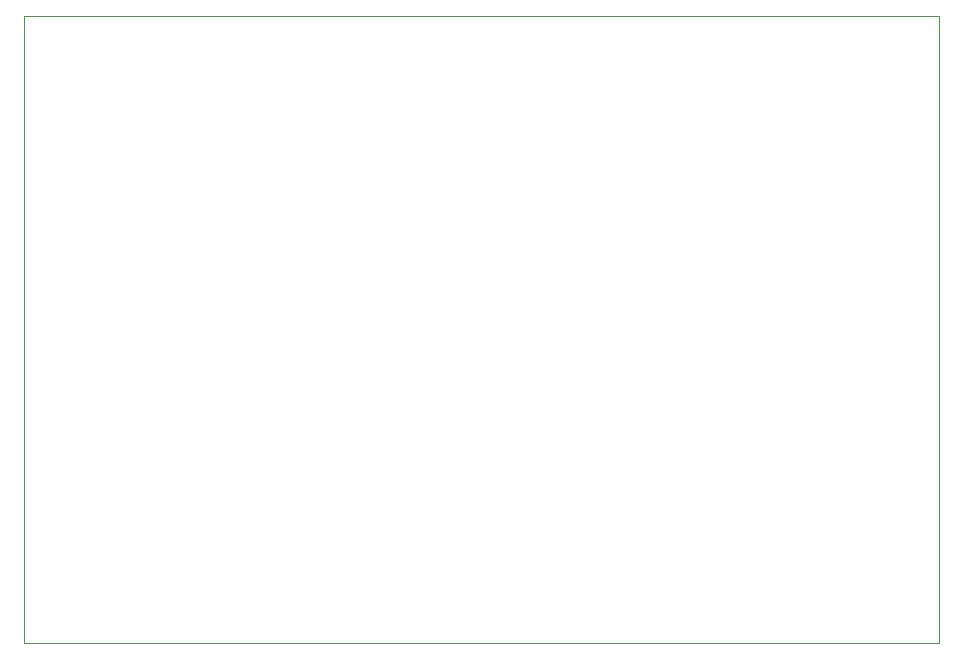
<source format=gbr>
G04 #@! TF.FileFunction,Profile,NP*
%FSLAX46Y46*%
G04 Gerber Fmt 4.6, Leading zero omitted, Abs format (unit mm)*
G04 Created by KiCad (PCBNEW 4.0.6) date Wed Sep 27 08:45:41 2017*
%MOMM*%
%LPD*%
G01*
G04 APERTURE LIST*
%ADD10C,0.100000*%
G04 APERTURE END LIST*
D10*
X161036000Y-98044000D02*
X83566000Y-98044000D01*
X161036000Y-133858000D02*
X161036000Y-98044000D01*
X161036000Y-133858000D02*
X161036000Y-151130000D01*
X83566000Y-151130000D02*
X83566000Y-98044000D01*
X161036000Y-151130000D02*
X83566000Y-151130000D01*
M02*

</source>
